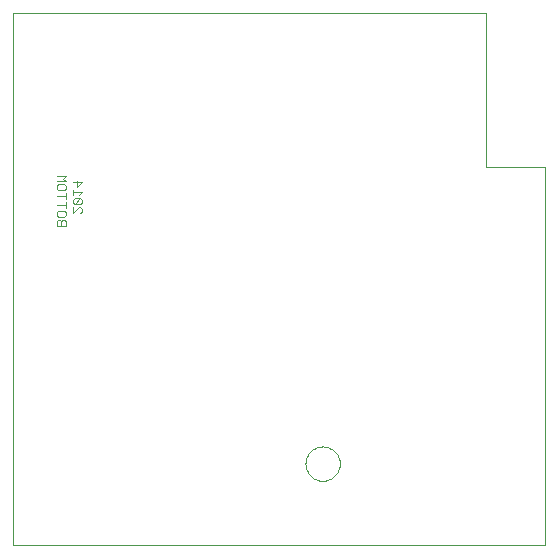
<source format=gbo>
G75*
%MOIN*%
%OFA0B0*%
%FSLAX24Y24*%
%IPPOS*%
%LPD*%
%AMOC8*
5,1,8,0,0,1.08239X$1,22.5*
%
%ADD10C,0.0000*%
%ADD11C,0.0030*%
D10*
X005744Y004971D02*
X023460Y004971D01*
X023460Y017570D01*
X021492Y017570D01*
X021492Y022688D01*
X005744Y022688D01*
X005744Y004971D01*
X015484Y007674D02*
X015486Y007721D01*
X015492Y007768D01*
X015501Y007814D01*
X015515Y007859D01*
X015532Y007903D01*
X015553Y007946D01*
X015577Y007986D01*
X015604Y008025D01*
X015635Y008061D01*
X015668Y008094D01*
X015704Y008125D01*
X015743Y008152D01*
X015783Y008176D01*
X015826Y008197D01*
X015870Y008214D01*
X015915Y008228D01*
X015961Y008237D01*
X016008Y008243D01*
X016055Y008245D01*
X016102Y008243D01*
X016149Y008237D01*
X016195Y008228D01*
X016240Y008214D01*
X016284Y008197D01*
X016327Y008176D01*
X016367Y008152D01*
X016406Y008125D01*
X016442Y008094D01*
X016475Y008061D01*
X016506Y008025D01*
X016533Y007986D01*
X016557Y007946D01*
X016578Y007903D01*
X016595Y007859D01*
X016609Y007814D01*
X016618Y007768D01*
X016624Y007721D01*
X016626Y007674D01*
X016624Y007627D01*
X016618Y007580D01*
X016609Y007534D01*
X016595Y007489D01*
X016578Y007445D01*
X016557Y007402D01*
X016533Y007362D01*
X016506Y007323D01*
X016475Y007287D01*
X016442Y007254D01*
X016406Y007223D01*
X016367Y007196D01*
X016327Y007172D01*
X016284Y007151D01*
X016240Y007134D01*
X016195Y007120D01*
X016149Y007111D01*
X016102Y007105D01*
X016055Y007103D01*
X016008Y007105D01*
X015961Y007111D01*
X015915Y007120D01*
X015870Y007134D01*
X015826Y007151D01*
X015783Y007172D01*
X015743Y007196D01*
X015704Y007223D01*
X015668Y007254D01*
X015635Y007287D01*
X015604Y007323D01*
X015577Y007362D01*
X015553Y007402D01*
X015532Y007445D01*
X015515Y007489D01*
X015501Y007534D01*
X015492Y007580D01*
X015486Y007627D01*
X015484Y007674D01*
D11*
X007489Y015606D02*
X007199Y015606D01*
X007199Y015752D01*
X007247Y015800D01*
X007295Y015800D01*
X007344Y015752D01*
X007344Y015606D01*
X007489Y015606D02*
X007489Y015752D01*
X007441Y015800D01*
X007392Y015800D01*
X007344Y015752D01*
X007441Y015901D02*
X007247Y015901D01*
X007199Y015949D01*
X007199Y016046D01*
X007247Y016095D01*
X007441Y016095D01*
X007489Y016046D01*
X007489Y015949D01*
X007441Y015901D01*
X007489Y016196D02*
X007489Y016389D01*
X007489Y016293D02*
X007199Y016293D01*
X007199Y016587D02*
X007489Y016587D01*
X007489Y016490D02*
X007489Y016684D01*
X007441Y016785D02*
X007247Y016785D01*
X007199Y016833D01*
X007199Y016930D01*
X007247Y016979D01*
X007441Y016979D01*
X007489Y016930D01*
X007489Y016833D01*
X007441Y016785D01*
X007739Y016809D02*
X007739Y016616D01*
X007739Y016713D02*
X008029Y016713D01*
X007932Y016616D01*
X007981Y016515D02*
X007787Y016321D01*
X007739Y016369D01*
X007739Y016466D01*
X007787Y016515D01*
X007981Y016515D01*
X008029Y016466D01*
X008029Y016369D01*
X007981Y016321D01*
X007787Y016321D01*
X007739Y016220D02*
X007739Y016026D01*
X007932Y016220D01*
X007981Y016220D01*
X008029Y016172D01*
X008029Y016075D01*
X007981Y016026D01*
X007884Y016910D02*
X007884Y017104D01*
X008029Y017056D02*
X007884Y016910D01*
X007739Y017056D02*
X008029Y017056D01*
X007489Y017080D02*
X007392Y017176D01*
X007489Y017273D01*
X007199Y017273D01*
X007199Y017080D02*
X007489Y017080D01*
M02*

</source>
